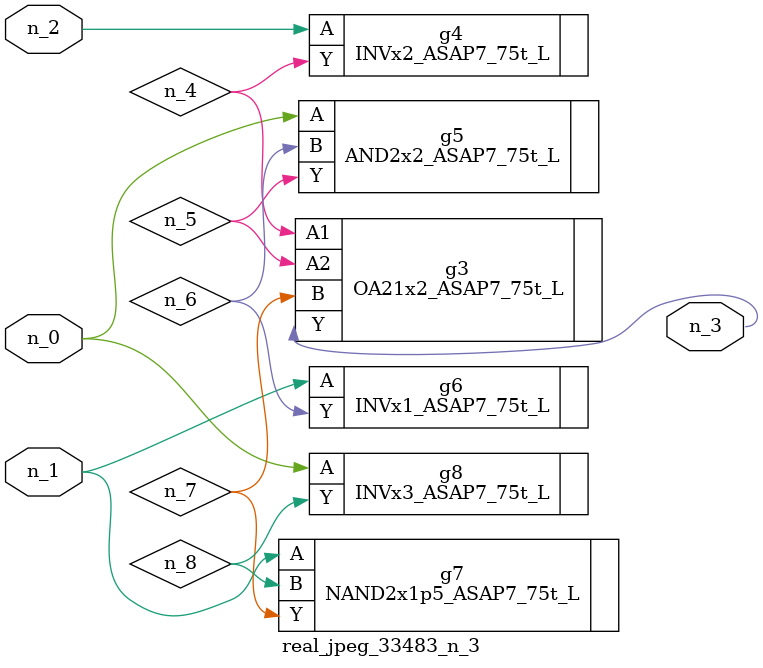
<source format=v>
module real_jpeg_33483_n_3 (n_1, n_0, n_2, n_3);

input n_1;
input n_0;
input n_2;

output n_3;

wire n_5;
wire n_8;
wire n_4;
wire n_6;
wire n_7;

AND2x2_ASAP7_75t_L g5 ( 
.A(n_0),
.B(n_6),
.Y(n_5)
);

INVx3_ASAP7_75t_L g8 ( 
.A(n_0),
.Y(n_8)
);

INVx1_ASAP7_75t_L g6 ( 
.A(n_1),
.Y(n_6)
);

NAND2x1p5_ASAP7_75t_L g7 ( 
.A(n_1),
.B(n_8),
.Y(n_7)
);

INVx2_ASAP7_75t_L g4 ( 
.A(n_2),
.Y(n_4)
);

OA21x2_ASAP7_75t_L g3 ( 
.A1(n_4),
.A2(n_5),
.B(n_7),
.Y(n_3)
);


endmodule
</source>
